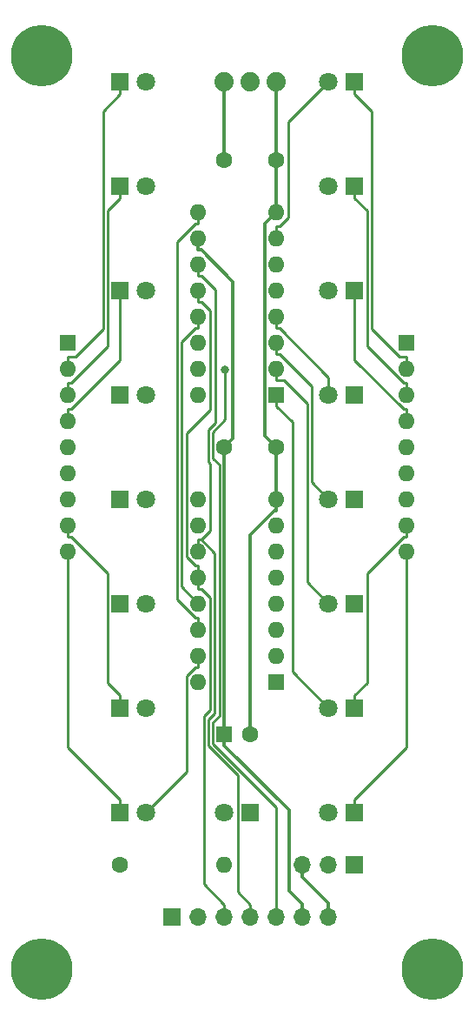
<source format=gtl>
%TF.GenerationSoftware,KiCad,Pcbnew,5.1.5-5.1.5*%
%TF.CreationDate,2019-11-28T22:59:43+11:00*%
%TF.ProjectId,srdisplay,73726469-7370-46c6-9179-2e6b69636164,rev?*%
%TF.SameCoordinates,Original*%
%TF.FileFunction,Copper,L1,Top*%
%TF.FilePolarity,Positive*%
%FSLAX46Y46*%
G04 Gerber Fmt 4.6, Leading zero omitted, Abs format (unit mm)*
G04 Created by KiCad (PCBNEW 5.1.5-5.1.5) date 2019-11-28 22:59:43*
%MOMM*%
%LPD*%
G04 APERTURE LIST*
%ADD10C,1.879600*%
%ADD11O,1.700000X1.700000*%
%ADD12R,1.700000X1.700000*%
%ADD13C,6.000000*%
%ADD14C,1.600000*%
%ADD15R,1.600000X1.600000*%
%ADD16O,1.600000X1.600000*%
%ADD17C,1.800000*%
%ADD18R,1.800000X1.800000*%
%ADD19C,0.800000*%
%ADD20C,0.250000*%
%ADD21C,0.300000*%
G04 APERTURE END LIST*
D10*
X170180000Y-38100000D03*
X172720000Y-38100000D03*
X175260000Y-38100000D03*
D11*
X180340000Y-119380000D03*
X177800000Y-119380000D03*
X175260000Y-119380000D03*
X172720000Y-119380000D03*
X170180000Y-119380000D03*
X167640000Y-119380000D03*
D12*
X165100000Y-119380000D03*
D13*
X190500000Y-124460000D03*
D11*
X177800000Y-114300000D03*
X180340000Y-114300000D03*
D12*
X182880000Y-114300000D03*
D13*
X152400000Y-124460000D03*
D14*
X172680000Y-101600000D03*
D15*
X170180000Y-101600000D03*
D16*
X170180000Y-114300000D03*
D14*
X160020000Y-114300000D03*
D13*
X190500000Y-35560000D03*
X152400000Y-35560000D03*
D17*
X170180000Y-109220000D03*
D18*
X172720000Y-109220000D03*
D17*
X162560000Y-38100000D03*
D18*
X160020000Y-38100000D03*
D17*
X162560000Y-48260000D03*
D18*
X160020000Y-48260000D03*
D17*
X162560000Y-58420000D03*
D18*
X160020000Y-58420000D03*
D17*
X162560000Y-68580000D03*
D18*
X160020000Y-68580000D03*
D17*
X162560000Y-78740000D03*
D18*
X160020000Y-78740000D03*
D17*
X162560000Y-88900000D03*
D18*
X160020000Y-88900000D03*
D17*
X162560000Y-99060000D03*
D18*
X160020000Y-99060000D03*
D17*
X162560000Y-109220000D03*
D18*
X160020000Y-109220000D03*
D17*
X180340000Y-38100000D03*
D18*
X182880000Y-38100000D03*
D17*
X180340000Y-48260000D03*
D18*
X182880000Y-48260000D03*
D17*
X180340000Y-58420000D03*
D18*
X182880000Y-58420000D03*
D17*
X180340000Y-68580000D03*
D18*
X182880000Y-68580000D03*
D17*
X180340000Y-78740000D03*
D18*
X182880000Y-78740000D03*
D17*
X180340000Y-88900000D03*
D18*
X182880000Y-88900000D03*
D17*
X180340000Y-99060000D03*
D18*
X182880000Y-99060000D03*
D17*
X180340000Y-109220000D03*
D18*
X182880000Y-109220000D03*
D14*
X175180000Y-73660000D03*
X170180000Y-73660000D03*
X175180000Y-45720000D03*
X170180000Y-45720000D03*
D16*
X167640000Y-96520000D03*
X175260000Y-78740000D03*
X167640000Y-93980000D03*
X175260000Y-81280000D03*
X167640000Y-91440000D03*
X175260000Y-83820000D03*
X167640000Y-88900000D03*
X175260000Y-86360000D03*
X167640000Y-86360000D03*
X175260000Y-88900000D03*
X167640000Y-83820000D03*
X175260000Y-91440000D03*
X167640000Y-81280000D03*
X175260000Y-93980000D03*
X167640000Y-78740000D03*
D15*
X175260000Y-96520000D03*
D16*
X167640000Y-68580000D03*
X175260000Y-50800000D03*
X167640000Y-66040000D03*
X175260000Y-53340000D03*
X167640000Y-63500000D03*
X175260000Y-55880000D03*
X167640000Y-60960000D03*
X175260000Y-58420000D03*
X167640000Y-58420000D03*
X175260000Y-60960000D03*
X167640000Y-55880000D03*
X175260000Y-63500000D03*
X167640000Y-53340000D03*
X175260000Y-66040000D03*
X167640000Y-50800000D03*
D15*
X175260000Y-68580000D03*
D16*
X154940000Y-83820000D03*
X154940000Y-81280000D03*
X154940000Y-78740000D03*
X154940000Y-76200000D03*
X154940000Y-73660000D03*
X154940000Y-71120000D03*
X154940000Y-68580000D03*
X154940000Y-66040000D03*
D15*
X154940000Y-63500000D03*
D16*
X187960000Y-83820000D03*
X187960000Y-81280000D03*
X187960000Y-78740000D03*
X187960000Y-76200000D03*
X187960000Y-73660000D03*
X187960000Y-71120000D03*
X187960000Y-68580000D03*
X187960000Y-66040000D03*
D15*
X187960000Y-63500000D03*
D19*
X170262300Y-66122300D03*
D20*
X182880000Y-109220000D02*
X182880000Y-107994700D01*
X187960000Y-83820000D02*
X187960000Y-102914700D01*
X187960000Y-102914700D02*
X182880000Y-107994700D01*
X180340000Y-99060000D02*
X176835600Y-95555600D01*
X176835600Y-95555600D02*
X176835600Y-71280900D01*
X176835600Y-71280900D02*
X175260000Y-69705300D01*
X175260000Y-68580000D02*
X175260000Y-69705300D01*
X182880000Y-99060000D02*
X182880000Y-97834700D01*
X187960000Y-81280000D02*
X187960000Y-82405300D01*
X187960000Y-82405300D02*
X187678600Y-82405300D01*
X187678600Y-82405300D02*
X184105300Y-85978600D01*
X184105300Y-85978600D02*
X184105300Y-96609400D01*
X184105300Y-96609400D02*
X182880000Y-97834700D01*
X175260000Y-67165300D02*
X175963300Y-67165300D01*
X175963300Y-67165300D02*
X178268100Y-69470100D01*
X178268100Y-69470100D02*
X178268100Y-86828100D01*
X178268100Y-86828100D02*
X180340000Y-88900000D01*
X175260000Y-66040000D02*
X175260000Y-67165300D01*
X175260000Y-63500000D02*
X175260000Y-64625300D01*
X175260000Y-64625300D02*
X175541300Y-64625300D01*
X175541300Y-64625300D02*
X178718500Y-67802500D01*
X178718500Y-67802500D02*
X178718500Y-77118500D01*
X178718500Y-77118500D02*
X180340000Y-78740000D01*
X175260000Y-60960000D02*
X175260000Y-62085300D01*
X175260000Y-62085300D02*
X175541300Y-62085300D01*
X175541300Y-62085300D02*
X180340000Y-66884000D01*
X180340000Y-66884000D02*
X180340000Y-68580000D01*
X187960000Y-71120000D02*
X187960000Y-69994700D01*
X187960000Y-69994700D02*
X187678700Y-69994700D01*
X187678700Y-69994700D02*
X182880000Y-65196000D01*
X182880000Y-65196000D02*
X182880000Y-58420000D01*
X182880000Y-48260000D02*
X182880000Y-49485300D01*
X187960000Y-68580000D02*
X187960000Y-67454700D01*
X187960000Y-67454700D02*
X187678700Y-67454700D01*
X187678700Y-67454700D02*
X184105300Y-63881300D01*
X184105300Y-63881300D02*
X184105300Y-50710600D01*
X184105300Y-50710600D02*
X182880000Y-49485300D01*
X175260000Y-53340000D02*
X175260000Y-52214700D01*
X175260000Y-52214700D02*
X175541400Y-52214700D01*
X175541400Y-52214700D02*
X176385300Y-51370800D01*
X176385300Y-51370800D02*
X176385300Y-42054700D01*
X176385300Y-42054700D02*
X180340000Y-38100000D01*
X187960000Y-64914700D02*
X187256600Y-64914700D01*
X187256600Y-64914700D02*
X184555600Y-62213700D01*
X184555600Y-62213700D02*
X184555600Y-41000900D01*
X184555600Y-41000900D02*
X182880000Y-39325300D01*
X182880000Y-38100000D02*
X182880000Y-39325300D01*
X187960000Y-66040000D02*
X187960000Y-64914700D01*
X167640000Y-93980000D02*
X167640000Y-95105300D01*
X167640000Y-95105300D02*
X167358600Y-95105300D01*
X167358600Y-95105300D02*
X166514700Y-95949200D01*
X166514700Y-95949200D02*
X166514700Y-105265300D01*
X166514700Y-105265300D02*
X162560000Y-109220000D01*
X160020000Y-107994700D02*
X154940000Y-102914700D01*
X154940000Y-102914700D02*
X154940000Y-83820000D01*
X160020000Y-109220000D02*
X160020000Y-107994700D01*
X160020000Y-99060000D02*
X160020000Y-97834700D01*
X154940000Y-81280000D02*
X154940000Y-82405300D01*
X154940000Y-82405300D02*
X155221400Y-82405300D01*
X155221400Y-82405300D02*
X158794700Y-85978600D01*
X158794700Y-85978600D02*
X158794700Y-96609400D01*
X158794700Y-96609400D02*
X160020000Y-97834700D01*
X167921400Y-82694700D02*
X169237400Y-84010700D01*
X169237400Y-84010700D02*
X169237400Y-99568500D01*
X169237400Y-99568500D02*
X168604400Y-100201500D01*
X168604400Y-100201500D02*
X168604400Y-102721400D01*
X168604400Y-102721400D02*
X171494600Y-105611600D01*
X171494600Y-105611600D02*
X171494600Y-116979300D01*
X171494600Y-116979300D02*
X172720000Y-118204700D01*
X167640000Y-57005300D02*
X167921300Y-57005300D01*
X167921300Y-57005300D02*
X169268700Y-58352700D01*
X169268700Y-58352700D02*
X169268700Y-71346700D01*
X169268700Y-71346700D02*
X168596400Y-72019000D01*
X168596400Y-72019000D02*
X168596400Y-75180300D01*
X168596400Y-75180300D02*
X168765300Y-75349200D01*
X168765300Y-75349200D02*
X168765300Y-81850800D01*
X168765300Y-81850800D02*
X167921400Y-82694700D01*
X167921400Y-82694700D02*
X167640000Y-82694700D01*
X172720000Y-119380000D02*
X172720000Y-118204700D01*
X167640000Y-83820000D02*
X167640000Y-82694700D01*
X167640000Y-55880000D02*
X167640000Y-57005300D01*
D21*
X175260000Y-78740000D02*
X175260000Y-79890300D01*
X172680000Y-101600000D02*
X172680000Y-82231900D01*
X172680000Y-82231900D02*
X175021600Y-79890300D01*
X175021600Y-79890300D02*
X175260000Y-79890300D01*
X175260000Y-78740000D02*
X175260000Y-77589700D01*
X175260000Y-77589700D02*
X175180000Y-77509700D01*
X175180000Y-77509700D02*
X175180000Y-73660000D01*
X175180000Y-73660000D02*
X174083300Y-72563300D01*
X174083300Y-72563300D02*
X174083300Y-51976700D01*
X174083300Y-51976700D02*
X175260000Y-50800000D01*
X177800000Y-114300000D02*
X177800000Y-115500300D01*
X177800000Y-115500300D02*
X180340000Y-118040300D01*
X180340000Y-118040300D02*
X180340000Y-119380000D01*
X175180000Y-45720000D02*
X175180000Y-38180000D01*
X175180000Y-38180000D02*
X175260000Y-38100000D01*
X175260000Y-49649700D02*
X175180000Y-49569700D01*
X175180000Y-49569700D02*
X175180000Y-45720000D01*
X175260000Y-50800000D02*
X175260000Y-49649700D01*
X170180000Y-73660000D02*
X171012600Y-72827400D01*
X171012600Y-72827400D02*
X171012600Y-57575300D01*
X171012600Y-57575300D02*
X167927600Y-54490300D01*
X167927600Y-54490300D02*
X167640000Y-54490300D01*
X170180000Y-100449700D02*
X170180000Y-73660000D01*
X170180000Y-101600000D02*
X170180000Y-100449700D01*
X167640000Y-53340000D02*
X167640000Y-54490300D01*
X170180000Y-102175100D02*
X170180000Y-101600000D01*
X170180000Y-102175100D02*
X170180000Y-102750300D01*
X170180000Y-102750300D02*
X176460400Y-109030700D01*
X176460400Y-109030700D02*
X176460400Y-116840100D01*
X176460400Y-116840100D02*
X177800000Y-118179700D01*
X177800000Y-119380000D02*
X177800000Y-118179700D01*
X170180000Y-45720000D02*
X170180000Y-38100000D01*
D20*
X167640000Y-91440000D02*
X167640000Y-90314700D01*
X167640000Y-50800000D02*
X167640000Y-51925300D01*
X167640000Y-51925300D02*
X167358700Y-51925300D01*
X167358700Y-51925300D02*
X165575000Y-53709000D01*
X165575000Y-53709000D02*
X165575000Y-88531000D01*
X165575000Y-88531000D02*
X167358700Y-90314700D01*
X167358700Y-90314700D02*
X167640000Y-90314700D01*
X154940000Y-71120000D02*
X154940000Y-69994700D01*
X154940000Y-69994700D02*
X155221300Y-69994700D01*
X155221300Y-69994700D02*
X160020000Y-65196000D01*
X160020000Y-65196000D02*
X160020000Y-58420000D01*
X160020000Y-48260000D02*
X160020000Y-49485300D01*
X154940000Y-68580000D02*
X154940000Y-67454700D01*
X154940000Y-67454700D02*
X155221300Y-67454700D01*
X155221300Y-67454700D02*
X158794700Y-63881300D01*
X158794700Y-63881300D02*
X158794700Y-50710600D01*
X158794700Y-50710600D02*
X160020000Y-49485300D01*
X160020000Y-39325300D02*
X158344400Y-41000900D01*
X158344400Y-41000900D02*
X158344400Y-62213700D01*
X158344400Y-62213700D02*
X155643400Y-64914700D01*
X155643400Y-64914700D02*
X154940000Y-64914700D01*
X160020000Y-38100000D02*
X160020000Y-39325300D01*
X154940000Y-66040000D02*
X154940000Y-64914700D01*
X175260000Y-119380000D02*
X175260000Y-108740100D01*
X175260000Y-108740100D02*
X169054700Y-102534800D01*
X169054700Y-102534800D02*
X169054700Y-100495300D01*
X169054700Y-100495300D02*
X169704600Y-99845400D01*
X169704600Y-99845400D02*
X169704600Y-75426300D01*
X169704600Y-75426300D02*
X169046700Y-74768400D01*
X169046700Y-74768400D02*
X169046700Y-72244100D01*
X169046700Y-72244100D02*
X170262300Y-71028500D01*
X170262300Y-71028500D02*
X170262300Y-66122300D01*
X167640000Y-87485300D02*
X167921400Y-87485300D01*
X167921400Y-87485300D02*
X168765300Y-88329200D01*
X168765300Y-88329200D02*
X168765300Y-99285900D01*
X168765300Y-99285900D02*
X168152300Y-99898900D01*
X168152300Y-99898900D02*
X168152300Y-116177000D01*
X168152300Y-116177000D02*
X170180000Y-118204700D01*
X167640000Y-59545300D02*
X167921300Y-59545300D01*
X167921300Y-59545300D02*
X168818300Y-60442300D01*
X168818300Y-60442300D02*
X168818300Y-70074600D01*
X168818300Y-70074600D02*
X166514700Y-72378200D01*
X166514700Y-72378200D02*
X166514700Y-84390800D01*
X166514700Y-84390800D02*
X167358600Y-85234700D01*
X167358600Y-85234700D02*
X167640000Y-85234700D01*
X167640000Y-86360000D02*
X167640000Y-85234700D01*
X167640000Y-58420000D02*
X167640000Y-59545300D01*
X167640000Y-86360000D02*
X167640000Y-87485300D01*
X170180000Y-119380000D02*
X170180000Y-118204700D01*
X167640000Y-88900000D02*
X166025400Y-87285400D01*
X166025400Y-87285400D02*
X166025400Y-63418600D01*
X166025400Y-63418600D02*
X167358700Y-62085300D01*
X167358700Y-62085300D02*
X167640000Y-62085300D01*
X167640000Y-60960000D02*
X167640000Y-62085300D01*
M02*

</source>
